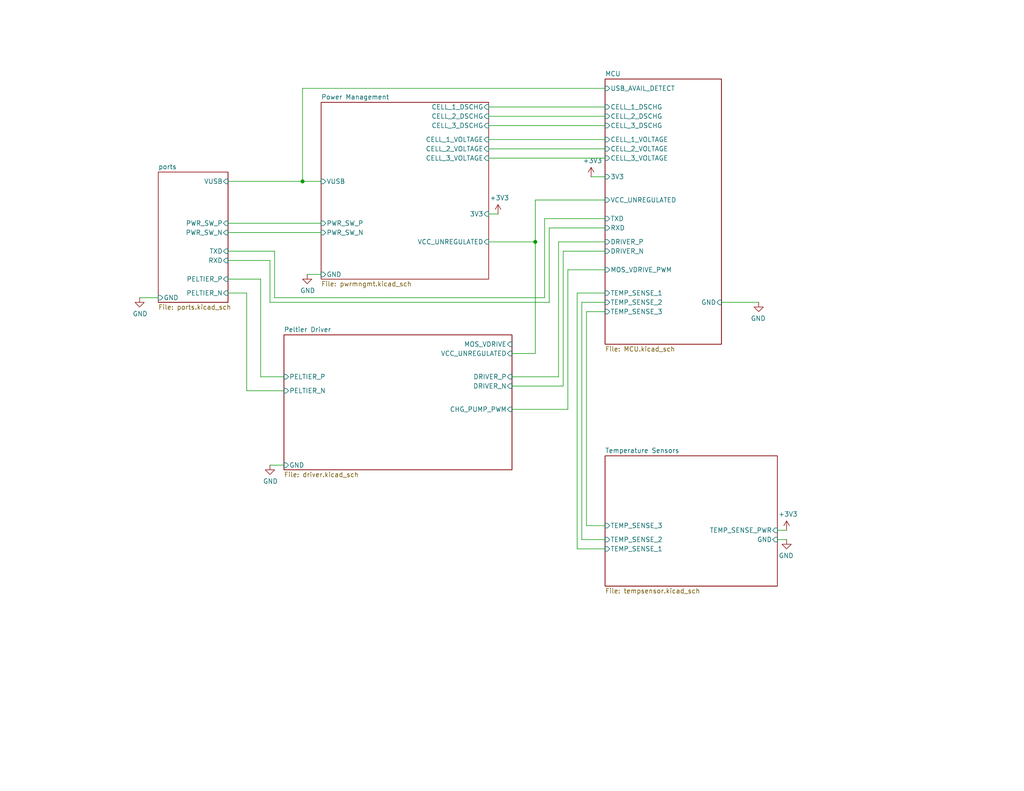
<source format=kicad_sch>
(kicad_sch (version 20211123) (generator eeschema)
  (paper "USLetter")
  (title_block (title "Overview") (date "2022-03-18") (comment 1 "Engineer/Draftsman: Joesphan Lu"))
  (lib_symbols
    (symbol "power:+3V3" (power) (pin_names (offset 0))
      (property "Value" "+3V3" (at 0 3.556 0))
      (symbol "+3V3_0_1"
        (polyline (pts (xy -0.762 1.27) (xy 0 2.54)))
        (polyline (pts (xy 0 0) (xy 0 2.54)))
        (polyline (pts (xy 0 2.54) (xy 0.762 1.27)))
      )
      (symbol "+3V3_1_1"
        (pin power_in line (at 0 0 90) (length 0) hide (name "+3V3") (number "1"))
      )
    )
    (symbol "power:GND" (power) (pin_names (offset 0))
      (property "Value" "GND" (at 0 -3.81 0))
      (symbol "GND_0_1"
        (polyline (pts (xy 0 0) (xy 0 -1.27) (xy 1.27 -1.27) (xy 0 -2.54) (xy -1.27 -1.27) (xy 0 -1.27)))
      )
      (symbol "GND_1_1"
        (pin power_in line (at 0 0 270) (length 0) hide (name "GND") (number "1"))
      )
    )
  )
  (junction (at 82.55 49.53))
  (junction (at 146.05 66.04))
  (wire (pts (xy 196.85 82.55) (xy 207.01 82.55)))
  (wire (pts (xy 82.55 24.13) (xy 165.1 24.13)))
  (wire (pts (xy 165.1 54.61) (xy 146.05 54.61)))
  (wire (pts (xy 214.63 144.78) (xy 212.09 144.78)))
  (wire (pts (xy 87.63 63.5) (xy 62.23 63.5)))
  (wire (pts (xy 74.93 68.58) (xy 74.93 81.28)))
  (wire (pts (xy 153.67 105.41) (xy 139.7 105.41)))
  (wire (pts (xy 149.86 82.55) (xy 73.66 82.55)))
  (wire (pts (xy 161.29 48.26) (xy 165.1 48.26)))
  (wire (pts (xy 77.47 106.68) (xy 67.31 106.68)))
  (wire (pts (xy 146.05 66.04) (xy 146.05 96.52)))
  (wire (pts (xy 149.86 62.23) (xy 149.86 82.55)))
  (wire (pts (xy 157.48 149.86) (xy 165.1 149.86)))
  (wire (pts (xy 133.35 66.04) (xy 146.05 66.04)))
  (wire (pts (xy 152.4 66.04) (xy 165.1 66.04)))
  (wire (pts (xy 43.18 81.28) (xy 38.1 81.28)))
  (wire (pts (xy 73.66 82.55) (xy 73.66 71.12)))
  (wire (pts (xy 74.93 81.28) (xy 148.59 81.28)))
  (wire (pts (xy 73.66 71.12) (xy 62.23 71.12)))
  (wire (pts (xy 146.05 96.52) (xy 139.7 96.52)))
  (wire (pts (xy 212.09 147.32) (xy 214.63 147.32)))
  (wire (pts (xy 133.35 31.75) (xy 165.1 31.75)))
  (wire (pts (xy 152.4 102.87) (xy 152.4 66.04)))
  (wire (pts (xy 82.55 24.13) (xy 82.55 49.53)))
  (wire (pts (xy 165.1 73.66) (xy 154.94 73.66)))
  (wire (pts (xy 139.7 102.87) (xy 152.4 102.87)))
  (wire (pts (xy 67.31 80.01) (xy 62.23 80.01)))
  (wire (pts (xy 135.89 58.42) (xy 133.35 58.42)))
  (wire (pts (xy 62.23 60.96) (xy 87.63 60.96)))
  (wire (pts (xy 133.35 29.21) (xy 165.1 29.21)))
  (wire (pts (xy 77.47 102.87) (xy 71.12 102.87)))
  (wire (pts (xy 165.1 68.58) (xy 153.67 68.58)))
  (wire (pts (xy 157.48 80.01) (xy 157.48 149.86)))
  (wire (pts (xy 77.47 127) (xy 73.66 127)))
  (wire (pts (xy 160.02 85.09) (xy 160.02 143.51)))
  (wire (pts (xy 67.31 106.68) (xy 67.31 80.01)))
  (wire (pts (xy 133.35 43.18) (xy 165.1 43.18)))
  (wire (pts (xy 154.94 111.76) (xy 139.7 111.76)))
  (wire (pts (xy 71.12 76.2) (xy 62.23 76.2)))
  (wire (pts (xy 146.05 54.61) (xy 146.05 66.04)))
  (wire (pts (xy 165.1 85.09) (xy 160.02 85.09)))
  (wire (pts (xy 148.59 81.28) (xy 148.59 59.69)))
  (wire (pts (xy 153.67 68.58) (xy 153.67 105.41)))
  (wire (pts (xy 87.63 49.53) (xy 82.55 49.53)))
  (wire (pts (xy 154.94 73.66) (xy 154.94 111.76)))
  (wire (pts (xy 160.02 143.51) (xy 165.1 143.51)))
  (wire (pts (xy 165.1 62.23) (xy 149.86 62.23)))
  (wire (pts (xy 158.75 82.55) (xy 165.1 82.55)))
  (wire (pts (xy 165.1 80.01) (xy 157.48 80.01)))
  (wire (pts (xy 82.55 49.53) (xy 62.23 49.53)))
  (wire (pts (xy 83.82 74.93) (xy 87.63 74.93)))
  (wire (pts (xy 62.23 68.58) (xy 74.93 68.58)))
  (wire (pts (xy 71.12 102.87) (xy 71.12 76.2)))
  (wire (pts (xy 133.35 40.64) (xy 165.1 40.64)))
  (wire (pts (xy 148.59 59.69) (xy 165.1 59.69)))
  (wire (pts (xy 133.35 38.1) (xy 165.1 38.1)))
  (wire (pts (xy 165.1 147.32) (xy 158.75 147.32)))
  (wire (pts (xy 158.75 147.32) (xy 158.75 82.55)))
  (wire (pts (xy 133.35 34.29) (xy 165.1 34.29)))
  (symbol (lib_id "power:GND") (at 83.82 74.93 0) (unit 1)
    (property "Reference" "#PWR0126" (effects hide))
    (property "Value" "GND" (at 83.947 79.3242 0))
  )
  (symbol (lib_id "power:GND") (at 38.1 81.28 0) (unit 1)
    (property "Reference" "#PWR0129" (effects hide))
    (property "Value" "GND" (at 38.227 85.6742 0))
  )
  (symbol (lib_id "power:GND") (at 73.66 127 0) (unit 1)
    (property "Reference" "#PWR0138" (effects hide))
    (property "Value" "GND" (at 73.787 131.3942 0))
  )
  (symbol (lib_id "power:GND") (at 207.01 82.55 0) (mirror y) (unit 1)
    (property "Reference" "#PWR0139" (effects hide))
    (property "Value" "GND" (at 206.883 86.9442 0))
  )
  (symbol (lib_id "power:+3V3") (at 135.89 58.42 0) (unit 1)
    (property "Reference" "#PWR0140" (effects hide))
    (property "Value" "+3V3" (at 136.271 54.0258 0))
  )
  (symbol (lib_id "power:+3V3") (at 161.29 48.26 0) (unit 1)
    (property "Reference" "#PWR0141" (effects hide))
    (property "Value" "+3V3" (at 161.671 43.8658 0))
  )
  (symbol (lib_id "power:+3V3") (at 214.63 144.78 0) (unit 1)
    (property "Reference" "#PWR0142" (effects hide))
    (property "Value" "+3V3" (at 215.011 140.3858 0))
  )
  (symbol (lib_id "power:GND") (at 214.63 147.32 0) (mirror y) (unit 1)
    (property "Reference" "#PWR0143" (effects hide))
    (property "Value" "GND" (at 214.503 151.7142 0))
  )
  (sheet (at 87.63 27.94) (size 45.72 48.26)
    (property "Sheet name" "Power Management" (at 87.63 27.2284 0) (effects (justify left bottom)))
    (property "Sheet file" "pwrmngmt.kicad_sch" (at 87.63 76.7846 0) (effects (justify left top)))
    (pin "GND" input (at 87.63 74.93 180))
    (pin "3V3" input (at 133.35 58.42 0))
    (pin "VCC_UNREGULATED" input (at 133.35 66.04 0))
    (pin "PWR_SW_P" input (at 87.63 60.96 180))
    (pin "PWR_SW_N" input (at 87.63 63.5 180))
    (pin "VUSB" input (at 87.63 49.53 180))
    (pin "CELL_3_VOLTAGE" input (at 133.35 43.18 0))
    (pin "CELL_2_VOLTAGE" input (at 133.35 40.64 0))
    (pin "CELL_1_VOLTAGE" input (at 133.35 38.1 0))
    (pin "CELL_1_DSCHG" input (at 133.35 29.21 0))
    (pin "CELL_3_DSCHG" input (at 133.35 34.29 0))
    (pin "CELL_2_DSCHG" input (at 133.35 31.75 0))
  )
  (sheet (at 165.1 21.59) (size 31.75 72.39)
    (property "Sheet name" "MCU" (at 165.1 20.8784 0) (effects (justify left bottom)))
    (property "Sheet file" "MCU.kicad_sch" (at 165.1 94.5646 0) (effects (justify left top)))
    (pin "3V3" input (at 165.1 48.26 180))
    (pin "GND" input (at 196.85 82.55 0))
    (pin "RXD" input (at 165.1 62.23 180))
    (pin "TXD" input (at 165.1 59.69 180))
    (pin "DRIVER_N" input (at 165.1 68.58 180))
    (pin "DRIVER_P" input (at 165.1 66.04 180))
    (pin "VCC_UNREGULATED" input (at 165.1 54.61 180))
    (pin "TEMP_SENSE_1" input (at 165.1 80.01 180))
    (pin "TEMP_SENSE_2" input (at 165.1 82.55 180))
    (pin "TEMP_SENSE_3" input (at 165.1 85.09 180))
    (pin "MOS_VDRIVE_PWM" input (at 165.1 73.66 180))
    (pin "CELL_1_DSCHG" input (at 165.1 29.21 180))
    (pin "CELL_3_DSCHG" input (at 165.1 34.29 180))
    (pin "CELL_2_DSCHG" input (at 165.1 31.75 180))
    (pin "CELL_1_VOLTAGE" input (at 165.1 38.1 180))
    (pin "CELL_3_VOLTAGE" input (at 165.1 43.18 180))
    (pin "CELL_2_VOLTAGE" input (at 165.1 40.64 180))
    (pin "USB_AVAIL_DETECT" input (at 165.1 24.13 180))
  )
  (sheet (at 43.18 46.99) (size 19.05 35.56)
    (property "Sheet name" "ports" (at 43.18 46.2784 0) (effects (justify left bottom)))
    (property "Sheet file" "ports.kicad_sch" (at 43.18 83.1346 0) (effects (justify left top)))
    (pin "TXD" input (at 62.23 68.58 0))
    (pin "RXD" input (at 62.23 71.12 0))
    (pin "GND" input (at 43.18 81.28 180))
    (pin "VUSB" input (at 62.23 49.53 0))
    (pin "PWR_SW_P" input (at 62.23 60.96 0))
    (pin "PWR_SW_N" input (at 62.23 63.5 0))
    (pin "PELTIER_P" input (at 62.23 76.2 0))
    (pin "PELTIER_N" input (at 62.23 80.01 0))
  )
  (sheet (at 77.47 91.44) (size 62.23 36.83)
    (property "Sheet name" "Peltier Driver" (at 77.47 90.7284 0) (effects (justify left bottom)))
    (property "Sheet file" "driver.kicad_sch" (at 77.47 128.8546 0) (effects (justify left top)))
    (pin "DRIVER_P" input (at 139.7 102.87 0))
    (pin "DRIVER_N" input (at 139.7 105.41 0))
    (pin "PELTIER_P" input (at 77.47 102.87 180))
    (pin "PELTIER_N" input (at 77.47 106.68 180))
    (pin "VCC_UNREGULATED" input (at 139.7 96.52 0))
    (pin "GND" input (at 77.47 127 180))
    (pin "MOS_VDRIVE" input (at 139.7 93.98 0))
    (pin "CHG_PUMP_PWM" input (at 139.7 111.76 0))
  )
  (sheet (at 165.1 124.46) (size 46.99 35.56)
    (property "Sheet name" "Temperature Sensors" (at 165.1 123.7484 0) (effects (justify left bottom)))
    (property "Sheet file" "tempsensor.kicad_sch" (at 165.1 160.6046 0) (effects (justify left top)))
    (pin "TEMP_SENSE_1" input (at 165.1 149.86 180))
    (pin "TEMP_SENSE_2" input (at 165.1 147.32 180))
    (pin "TEMP_SENSE_3" input (at 165.1 143.51 180))
    (pin "TEMP_SENSE_PWR" input (at 212.09 144.78 0))
    (pin "GND" input (at 212.09 147.32 0))
  )
)
</source>
